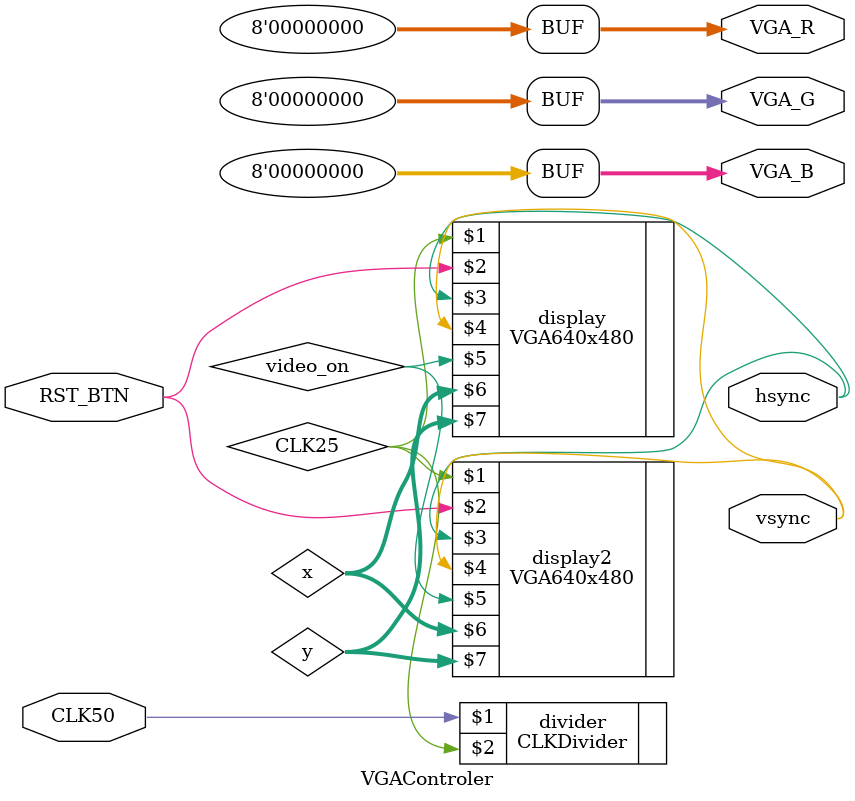
<source format=sv>
module VGAControler(CLK50, RST_BTN, hsync, vsync, VGA_R, VGA_G, VGA_B);

	 input logic CLK50; 					// clock  
    input logic RST_BTN;         // reset 
    output logic hsync;       // horizontal sync output
    output logic vsync;       // vertical sync output
    output logic [7:0] VGA_R;    // VGA red output
    output logic [7:0] VGA_G;    // VGA green output
    output logic [7:0] VGA_B;     // VGA blue output
	 
    logic [9:0] x;  // actual posición de pixel: 10-bit value: 0-1023
    logic [8:0] y;  // actual posición de pixel:  9-bit value: 0-511
	 logic video_on;
	 logic CLK25;
	 //logic temp_hsync;
	 //logic temp_vsync;
	 
	 CLKDivider divider(CLK50, CLK25);
	 
    VGA640x480 display(CLK25, RST_BTN, hsync, vsync, video_on, x, y);
    VGA640x480 display2(CLK25, RST_BTN, hsync, vsync, video_on, x, y);
	 
	 //fondo elbromas(x, y, video_on, VGA_R, VGA_G, VGA_B);
	 
	 //assign hsync = temp_hsync;
	 //assign vsync = temp_vsync;
	 assign VGA_R = 8'b00;
	 assign VGA_G = 8'b00;
	 assign VGA_B = 8'b00;
	 
    /*// Cuadrados de prueba
    wire sq_a, sq_b, sq_c, sq_d;
    assign sq_a = ((x > 120) & (y >  40) & (x < 280) & (y < 200)) ? 1 : 0;
    assign sq_b = ((x > 200) & (y > 120) & (x < 360) & (y < 280)) ? 1 : 0;
    assign sq_c = ((x > 280) & (y > 200) & (x < 440) & (y < 360)) ? 1 : 0;
    assign sq_d = ((x > 360) & (y > 280) & (x < 520) & (y < 440)) ? 1 : 0;
	 
    assign VGA_R[7] = sq_a;        // cuadrado 1
    assign VGA_G[7] = sq_b | sq_c;  		// cuadrado 2
    assign VGA_B[7] = sq_d;        // cuadrado 3*/
	 
endmodule

</source>
